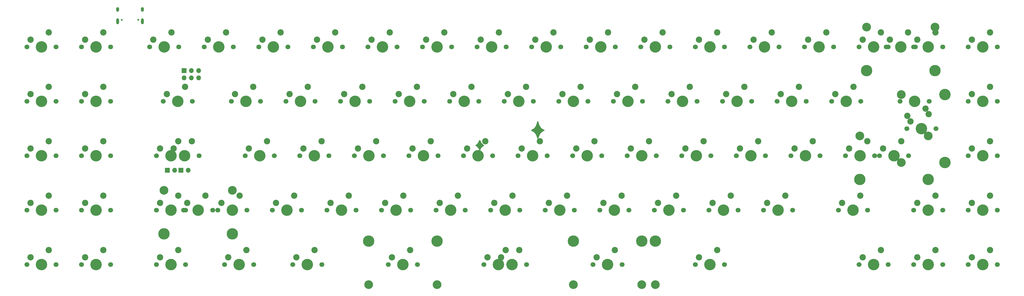
<source format=gbr>
%TF.GenerationSoftware,KiCad,Pcbnew,(5.99.0-11177-g6c67dfa032)*%
%TF.CreationDate,2021-09-17T12:13:23+03:00*%
%TF.ProjectId,SunsetterR2_Solder,53756e73-6574-4746-9572-52325f536f6c,rev?*%
%TF.SameCoordinates,Original*%
%TF.FileFunction,Soldermask,Top*%
%TF.FilePolarity,Negative*%
%FSLAX46Y46*%
G04 Gerber Fmt 4.6, Leading zero omitted, Abs format (unit mm)*
G04 Created by KiCad (PCBNEW (5.99.0-11177-g6c67dfa032)) date 2021-09-17 12:13:23*
%MOMM*%
%LPD*%
G01*
G04 APERTURE LIST*
%ADD10C,4.000000*%
%ADD11C,1.700000*%
%ADD12C,2.200000*%
%ADD13C,3.987800*%
%ADD14C,3.048000*%
%ADD15C,3.050000*%
%ADD16R,1.700000X1.700000*%
%ADD17O,1.700000X1.700000*%
%ADD18C,0.650000*%
%ADD19O,1.000000X2.100000*%
%ADD20O,1.000000X1.600000*%
G04 APERTURE END LIST*
%TO.C,G\u002A\u002A\u002A*%
G36*
X211483147Y-64028486D02*
G01*
X211581227Y-64319602D01*
X211672418Y-64641278D01*
X211935666Y-65412637D01*
X212260004Y-66026004D01*
X212659608Y-66500680D01*
X213148655Y-66855965D01*
X213386935Y-66975479D01*
X213618307Y-67100586D01*
X213757958Y-67217711D01*
X213776647Y-67259567D01*
X213700019Y-67358982D01*
X213505929Y-67485145D01*
X213386935Y-67543655D01*
X212882654Y-67830754D01*
X212469543Y-68211164D01*
X212127453Y-68710772D01*
X211836235Y-69355461D01*
X211722023Y-69682535D01*
X211609791Y-69985574D01*
X211501221Y-70210372D01*
X211421058Y-70307262D01*
X211336800Y-70243905D01*
X211230152Y-70025109D01*
X211125803Y-69717609D01*
X210934498Y-69198466D01*
X210688675Y-68710654D01*
X210419276Y-68309987D01*
X210237273Y-68114794D01*
X210067603Y-67990489D01*
X209798228Y-67818642D01*
X209522050Y-67656310D01*
X209248457Y-67489914D01*
X209051780Y-67347290D01*
X208974741Y-67259567D01*
X209047285Y-67173235D01*
X209240939Y-67047842D01*
X209423922Y-66953791D01*
X209938370Y-66651002D01*
X210354141Y-66261091D01*
X210690176Y-65758118D01*
X210965418Y-65116142D01*
X211112644Y-64641278D01*
X211233612Y-64221491D01*
X211325147Y-63979430D01*
X211403056Y-63915095D01*
X211483147Y-64028486D01*
G37*
G36*
X191234754Y-70639138D02*
G01*
X191342596Y-70844825D01*
X191466654Y-71130777D01*
X191802247Y-71730136D01*
X192288077Y-72224900D01*
X192556111Y-72413877D01*
X192663674Y-72496357D01*
X192654409Y-72576449D01*
X192516379Y-72709375D01*
X192486717Y-72734815D01*
X192237331Y-72936683D01*
X192003951Y-73110540D01*
X191837877Y-73279611D01*
X191644393Y-73552720D01*
X191491658Y-73821190D01*
X191341275Y-74097376D01*
X191213598Y-74293420D01*
X191137668Y-74366065D01*
X191059169Y-74290332D01*
X190931805Y-74092576D01*
X190795125Y-73838809D01*
X190453039Y-73318918D01*
X190073566Y-72969278D01*
X189828978Y-72777211D01*
X189652435Y-72621168D01*
X189588195Y-72544754D01*
X189644584Y-72456210D01*
X189818823Y-72318450D01*
X189969713Y-72222854D01*
X190199944Y-72065040D01*
X190386791Y-71870033D01*
X190568966Y-71589889D01*
X190737522Y-71271926D01*
X190906382Y-70952366D01*
X191050452Y-70707192D01*
X191146955Y-70574083D01*
X191167474Y-70560650D01*
X191234754Y-70639138D01*
G37*
%TD*%
D10*
%TO.C,K21*%
X109537500Y-57150000D03*
D11*
X104457500Y-57150000D03*
X114617500Y-57150000D03*
D12*
X112077500Y-52070000D03*
X105727500Y-54610000D03*
%TD*%
D11*
%TO.C,K80*%
X371792500Y-95250000D03*
X361632500Y-95250000D03*
D10*
X366712500Y-95250000D03*
D12*
X369252500Y-90170000D03*
X362902500Y-92710000D03*
%TD*%
D10*
%TO.C,K35*%
X38100000Y-76200000D03*
D11*
X43180000Y-76200000D03*
X33020000Y-76200000D03*
D12*
X40640000Y-71120000D03*
X34290000Y-73660000D03*
%TD*%
D11*
%TO.C,K30*%
X286067500Y-57150000D03*
D10*
X280987500Y-57150000D03*
D11*
X275907500Y-57150000D03*
D12*
X283527500Y-52070000D03*
X277177500Y-54610000D03*
%TD*%
D11*
%TO.C,K31*%
X305117500Y-57150000D03*
D10*
X300037500Y-57150000D03*
D11*
X294957500Y-57150000D03*
D12*
X302577500Y-52070000D03*
X296227500Y-54610000D03*
%TD*%
D11*
%TO.C,K33*%
X337820000Y-57150000D03*
D10*
X342900000Y-57150000D03*
D11*
X347980000Y-57150000D03*
D12*
X340360000Y-62230000D03*
X346710000Y-59690000D03*
%TD*%
D11*
%TO.C,K73*%
X169386250Y-114300000D03*
X159226250Y-114300000D03*
D10*
X164306250Y-114300000D03*
D12*
X166846250Y-109220000D03*
X160496250Y-111760000D03*
%TD*%
D11*
%TO.C,K51*%
X43180000Y-95250000D03*
D10*
X38100000Y-95250000D03*
D11*
X33020000Y-95250000D03*
D12*
X40640000Y-90170000D03*
X34290000Y-92710000D03*
%TD*%
D11*
%TO.C,K78*%
X352742500Y-114300000D03*
D10*
X347662500Y-114300000D03*
D11*
X342582500Y-114300000D03*
D12*
X350202500Y-109220000D03*
X343852500Y-111760000D03*
%TD*%
D10*
%TO.C,K23*%
X147637500Y-57150000D03*
D11*
X152717500Y-57150000D03*
X142557500Y-57150000D03*
D12*
X150177500Y-52070000D03*
X143827500Y-54610000D03*
%TD*%
D10*
%TO.C,K58*%
X180975000Y-95250000D03*
D11*
X186055000Y-95250000D03*
X175895000Y-95250000D03*
D12*
X183515000Y-90170000D03*
X177165000Y-92710000D03*
%TD*%
D11*
%TO.C,K56*%
X147955000Y-95250000D03*
X137795000Y-95250000D03*
D10*
X142875000Y-95250000D03*
D12*
X145415000Y-90170000D03*
X139065000Y-92710000D03*
%TD*%
D10*
%TO.C,K9*%
X195262500Y-38100000D03*
D11*
X200342500Y-38100000D03*
X190182500Y-38100000D03*
D12*
X197802500Y-33020000D03*
X191452500Y-35560000D03*
%TD*%
D10*
%TO.C,K10*%
X214312500Y-38100000D03*
D11*
X219392500Y-38100000D03*
X209232500Y-38100000D03*
D12*
X216852500Y-33020000D03*
X210502500Y-35560000D03*
%TD*%
D11*
%TO.C,K6*%
X143192500Y-38100000D03*
X133032500Y-38100000D03*
D10*
X138112500Y-38100000D03*
D12*
X140652500Y-33020000D03*
X134302500Y-35560000D03*
%TD*%
D10*
%TO.C,K25*%
X185737500Y-57150000D03*
D11*
X190817500Y-57150000D03*
X180657500Y-57150000D03*
D12*
X188277500Y-52070000D03*
X181927500Y-54610000D03*
%TD*%
D11*
%TO.C,K67*%
X352742500Y-95250000D03*
X342582500Y-95250000D03*
D10*
X347662500Y-95250000D03*
D12*
X350202500Y-90170000D03*
X343852500Y-92710000D03*
%TD*%
D11*
%TO.C,K46*%
X261620000Y-76200000D03*
X271780000Y-76200000D03*
D10*
X266700000Y-76200000D03*
D12*
X269240000Y-71120000D03*
X262890000Y-73660000D03*
%TD*%
D10*
%TO.C,K49*%
X335756250Y-76200000D03*
D11*
X340836250Y-76200000D03*
X330676250Y-76200000D03*
D12*
X338296250Y-71120000D03*
X331946250Y-73660000D03*
%TD*%
D10*
%TO.C,K11*%
X233362500Y-38100000D03*
D11*
X228282500Y-38100000D03*
X238442500Y-38100000D03*
D12*
X235902500Y-33020000D03*
X229552500Y-35560000D03*
%TD*%
D10*
%TO.C,K14*%
X290512500Y-38100000D03*
D11*
X285432500Y-38100000D03*
X295592500Y-38100000D03*
D12*
X293052500Y-33020000D03*
X286702500Y-35560000D03*
%TD*%
D10*
%TO.C,K49A1*%
X323850000Y-76200000D03*
D11*
X318770000Y-76200000D03*
X328930000Y-76200000D03*
D12*
X326390000Y-71120000D03*
X320040000Y-73660000D03*
%TD*%
D11*
%TO.C,K18*%
X33020000Y-57150000D03*
D10*
X38100000Y-57150000D03*
D11*
X43180000Y-57150000D03*
D12*
X40640000Y-52070000D03*
X34290000Y-54610000D03*
%TD*%
D10*
%TO.C,K66*%
X366712500Y-76200000D03*
D11*
X361632500Y-76200000D03*
X371792500Y-76200000D03*
D12*
X369252500Y-71120000D03*
X362902500Y-73660000D03*
%TD*%
D11*
%TO.C,K36*%
X52070000Y-76200000D03*
X62230000Y-76200000D03*
D10*
X57150000Y-76200000D03*
D12*
X59690000Y-71120000D03*
X53340000Y-73660000D03*
%TD*%
D11*
%TO.C,K32*%
X314007500Y-57150000D03*
X324167500Y-57150000D03*
D10*
X319087500Y-57150000D03*
D12*
X321627500Y-52070000D03*
X315277500Y-54610000D03*
%TD*%
D13*
%TO.C,>NAME*%
X176244250Y-106045000D03*
D14*
X152368250Y-121285000D03*
X176244250Y-121285000D03*
D13*
X152368250Y-106045000D03*
%TD*%
D11*
%TO.C,K8*%
X171132500Y-38100000D03*
D10*
X176212500Y-38100000D03*
D11*
X181292500Y-38100000D03*
D12*
X178752500Y-33020000D03*
X172402500Y-35560000D03*
%TD*%
D13*
%TO.C,>NAME*%
X252450500Y-106045000D03*
D14*
X152374500Y-121285000D03*
D13*
X152374500Y-106045000D03*
D14*
X252450500Y-121285000D03*
%TD*%
D13*
%TO.C,>NAME*%
X247681750Y-106045000D03*
D14*
X247681750Y-121285000D03*
X223805750Y-121285000D03*
D13*
X223805750Y-106045000D03*
%TD*%
D11*
%TO.C,K72*%
X125888750Y-114300000D03*
D10*
X130968750Y-114300000D03*
D11*
X136048750Y-114300000D03*
D12*
X133508750Y-109220000D03*
X127158750Y-111760000D03*
%TD*%
D10*
%TO.C,K63*%
X276225000Y-95250000D03*
D11*
X271145000Y-95250000D03*
X281305000Y-95250000D03*
D12*
X278765000Y-90170000D03*
X272415000Y-92710000D03*
%TD*%
D10*
%TO.C,K53*%
X83343750Y-95250000D03*
D11*
X88423750Y-95250000D03*
X78263750Y-95250000D03*
D12*
X85883750Y-90170000D03*
X79533750Y-92710000D03*
%TD*%
D11*
%TO.C,K22*%
X123507500Y-57150000D03*
X133667500Y-57150000D03*
D10*
X128587500Y-57150000D03*
D12*
X131127500Y-52070000D03*
X124777500Y-54610000D03*
%TD*%
D10*
%TO.C,K7*%
X157162500Y-38100000D03*
D11*
X152082500Y-38100000D03*
X162242500Y-38100000D03*
D12*
X159702500Y-33020000D03*
X153352500Y-35560000D03*
%TD*%
D11*
%TO.C,K13*%
X276542500Y-38100000D03*
X266382500Y-38100000D03*
D10*
X271462500Y-38100000D03*
D12*
X274002500Y-33020000D03*
X267652500Y-35560000D03*
%TD*%
D11*
%TO.C,K74A1*%
X197332500Y-114300000D03*
D10*
X202412500Y-114300000D03*
D11*
X207492500Y-114300000D03*
D12*
X204952500Y-109220000D03*
X198602500Y-111760000D03*
%TD*%
D10*
%TO.C,K27*%
X223837500Y-57150000D03*
D11*
X228917500Y-57150000D03*
X218757500Y-57150000D03*
D12*
X226377500Y-52070000D03*
X220027500Y-54610000D03*
%TD*%
D11*
%TO.C,K43*%
X204470000Y-76200000D03*
D10*
X209550000Y-76200000D03*
D11*
X214630000Y-76200000D03*
D12*
X212090000Y-71120000D03*
X205740000Y-73660000D03*
%TD*%
D13*
%TO.C,>NAME*%
X323818250Y-84455000D03*
D14*
X347694250Y-69215000D03*
X323818250Y-69215000D03*
D13*
X347694250Y-84455000D03*
%TD*%
D11*
%TO.C,K71*%
X112236250Y-114300000D03*
D10*
X107156250Y-114300000D03*
D11*
X102076250Y-114300000D03*
D12*
X109696250Y-109220000D03*
X103346250Y-111760000D03*
%TD*%
D10*
%TO.C,K16A1*%
X338131250Y-38100000D03*
D11*
X333051250Y-38100000D03*
X343211250Y-38100000D03*
D12*
X340671250Y-33020000D03*
X334321250Y-35560000D03*
%TD*%
D11*
%TO.C,K29*%
X256857500Y-57150000D03*
D10*
X261937500Y-57150000D03*
D11*
X267017500Y-57150000D03*
D12*
X264477500Y-52070000D03*
X258127500Y-54610000D03*
%TD*%
D10*
%TO.C,K69*%
X57150000Y-114300000D03*
D11*
X52070000Y-114300000D03*
X62230000Y-114300000D03*
D12*
X59690000Y-109220000D03*
X53340000Y-111760000D03*
%TD*%
D11*
%TO.C,K59*%
X194945000Y-95250000D03*
D10*
X200025000Y-95250000D03*
D11*
X205105000Y-95250000D03*
D12*
X202565000Y-90170000D03*
X196215000Y-92710000D03*
%TD*%
D10*
%TO.C,K1*%
X38100000Y-38100000D03*
D11*
X33020000Y-38100000D03*
X43180000Y-38100000D03*
D12*
X40640000Y-33020000D03*
X34290000Y-35560000D03*
%TD*%
D10*
%TO.C,K77*%
X328612500Y-114300000D03*
D11*
X333692500Y-114300000D03*
X323532500Y-114300000D03*
D12*
X331152500Y-109220000D03*
X324802500Y-111760000D03*
%TD*%
D11*
%TO.C,K20*%
X90805000Y-57150000D03*
X80645000Y-57150000D03*
D10*
X85725000Y-57150000D03*
D12*
X88265000Y-52070000D03*
X81915000Y-54610000D03*
%TD*%
D11*
%TO.C,K76*%
X276542500Y-114300000D03*
X266382500Y-114300000D03*
D10*
X271462500Y-114300000D03*
D12*
X274002500Y-109220000D03*
X267652500Y-111760000D03*
%TD*%
D11*
%TO.C,K45*%
X252730000Y-76200000D03*
X242570000Y-76200000D03*
D10*
X247650000Y-76200000D03*
D12*
X250190000Y-71120000D03*
X243840000Y-73660000D03*
%TD*%
D11*
%TO.C,K42*%
X185420000Y-76200000D03*
X195580000Y-76200000D03*
D10*
X190500000Y-76200000D03*
D12*
X193040000Y-71120000D03*
X186690000Y-73660000D03*
%TD*%
D11*
%TO.C,K16*%
X323532500Y-38100000D03*
D10*
X328612500Y-38100000D03*
D11*
X333692500Y-38100000D03*
D12*
X331152500Y-33020000D03*
X324802500Y-35560000D03*
%TD*%
D10*
%TO.C,K44*%
X228600000Y-76200000D03*
D11*
X223520000Y-76200000D03*
X233680000Y-76200000D03*
D12*
X231140000Y-71120000D03*
X224790000Y-73660000D03*
%TD*%
D11*
%TO.C,K3*%
X75882500Y-38100000D03*
D10*
X80962500Y-38100000D03*
D11*
X86042500Y-38100000D03*
D12*
X83502500Y-33020000D03*
X77152500Y-35560000D03*
%TD*%
D11*
%TO.C,K34*%
X361632500Y-38100000D03*
X371792500Y-38100000D03*
D10*
X366712500Y-38100000D03*
D12*
X369252500Y-33020000D03*
X362902500Y-35560000D03*
%TD*%
D10*
%TO.C,K55*%
X123825000Y-95250000D03*
D11*
X118745000Y-95250000D03*
X128905000Y-95250000D03*
D12*
X126365000Y-90170000D03*
X120015000Y-92710000D03*
%TD*%
D11*
%TO.C,K4*%
X94932500Y-38100000D03*
X105092500Y-38100000D03*
D10*
X100012500Y-38100000D03*
D12*
X102552500Y-33020000D03*
X96202500Y-35560000D03*
%TD*%
D11*
%TO.C,K70*%
X78263750Y-114300000D03*
X88423750Y-114300000D03*
D10*
X83343750Y-114300000D03*
D12*
X85883750Y-109220000D03*
X79533750Y-111760000D03*
%TD*%
D11*
%TO.C,K62*%
X252095000Y-95250000D03*
X262255000Y-95250000D03*
D10*
X257175000Y-95250000D03*
D12*
X259715000Y-90170000D03*
X253365000Y-92710000D03*
%TD*%
D10*
%TO.C,K15*%
X309562500Y-38100000D03*
D11*
X314642500Y-38100000D03*
X304482500Y-38100000D03*
D12*
X312102500Y-33020000D03*
X305752500Y-35560000D03*
%TD*%
D10*
%TO.C,K61*%
X238125000Y-95250000D03*
D11*
X243205000Y-95250000D03*
X233045000Y-95250000D03*
D12*
X240665000Y-90170000D03*
X234315000Y-92710000D03*
%TD*%
D11*
%TO.C,K53A1*%
X87788750Y-95250000D03*
X97948750Y-95250000D03*
D10*
X92868750Y-95250000D03*
D12*
X95408750Y-90170000D03*
X89058750Y-92710000D03*
%TD*%
D11*
%TO.C,K38*%
X119380000Y-76200000D03*
D10*
X114300000Y-76200000D03*
D11*
X109220000Y-76200000D03*
D12*
X116840000Y-71120000D03*
X110490000Y-73660000D03*
%TD*%
D10*
%TO.C,K17*%
X347662500Y-38100000D03*
D11*
X352742500Y-38100000D03*
X342582500Y-38100000D03*
D12*
X350202500Y-33020000D03*
X343852500Y-35560000D03*
%TD*%
D11*
%TO.C,K68*%
X33020000Y-114300000D03*
D10*
X38100000Y-114300000D03*
D11*
X43180000Y-114300000D03*
D12*
X40640000Y-109220000D03*
X34290000Y-111760000D03*
%TD*%
D11*
%TO.C,K64*%
X290195000Y-95250000D03*
X300355000Y-95250000D03*
D10*
X295275000Y-95250000D03*
D12*
X297815000Y-90170000D03*
X291465000Y-92710000D03*
%TD*%
D11*
%TO.C,K65*%
X316388750Y-95250000D03*
X326548750Y-95250000D03*
D10*
X321468750Y-95250000D03*
D12*
X324008750Y-90170000D03*
X317658750Y-92710000D03*
%TD*%
D11*
%TO.C,K37A1*%
X88423750Y-76200000D03*
X78263750Y-76200000D03*
D10*
X83343750Y-76200000D03*
D12*
X85883750Y-71120000D03*
X79533750Y-73660000D03*
%TD*%
D11*
%TO.C,K28*%
X247967500Y-57150000D03*
X237807500Y-57150000D03*
D10*
X242887500Y-57150000D03*
D12*
X245427500Y-52070000D03*
X239077500Y-54610000D03*
%TD*%
D11*
%TO.C,K2*%
X62230000Y-38100000D03*
X52070000Y-38100000D03*
D10*
X57150000Y-38100000D03*
D12*
X59690000Y-33020000D03*
X53340000Y-35560000D03*
%TD*%
D11*
%TO.C,K50*%
X361632500Y-57150000D03*
X371792500Y-57150000D03*
D10*
X366712500Y-57150000D03*
D12*
X369252500Y-52070000D03*
X362902500Y-54610000D03*
%TD*%
D11*
%TO.C,K12*%
X257492500Y-38100000D03*
X247332500Y-38100000D03*
D10*
X252412500Y-38100000D03*
D12*
X254952500Y-33020000D03*
X248602500Y-35560000D03*
%TD*%
D13*
%TO.C,>NAME*%
X104806750Y-103505000D03*
D14*
X80930750Y-88265000D03*
X104806750Y-88265000D03*
D13*
X80930750Y-103505000D03*
%TD*%
D11*
%TO.C,K41*%
X166370000Y-76200000D03*
X176530000Y-76200000D03*
D10*
X171450000Y-76200000D03*
D12*
X173990000Y-71120000D03*
X167640000Y-73660000D03*
%TD*%
D11*
%TO.C,K75*%
X240823750Y-114300000D03*
X230663750Y-114300000D03*
D10*
X235743750Y-114300000D03*
D12*
X238283750Y-109220000D03*
X231933750Y-111760000D03*
%TD*%
D10*
%TO.C,K74*%
X197643750Y-114300000D03*
D11*
X202723750Y-114300000D03*
X192563750Y-114300000D03*
D12*
X200183750Y-109220000D03*
X193833750Y-111760000D03*
%TD*%
D11*
%TO.C,K57*%
X167005000Y-95250000D03*
X156845000Y-95250000D03*
D10*
X161925000Y-95250000D03*
D12*
X164465000Y-90170000D03*
X158115000Y-92710000D03*
%TD*%
D11*
%TO.C,K24*%
X171767500Y-57150000D03*
D10*
X166687500Y-57150000D03*
D11*
X161607500Y-57150000D03*
D12*
X169227500Y-52070000D03*
X162877500Y-54610000D03*
%TD*%
D11*
%TO.C,K60*%
X213995000Y-95250000D03*
D10*
X219075000Y-95250000D03*
D11*
X224155000Y-95250000D03*
D12*
X221615000Y-90170000D03*
X215265000Y-92710000D03*
%TD*%
D11*
%TO.C,K52*%
X52070000Y-95250000D03*
X62230000Y-95250000D03*
D10*
X57150000Y-95250000D03*
D12*
X59690000Y-90170000D03*
X53340000Y-92710000D03*
%TD*%
D10*
%TO.C,K26*%
X204787500Y-57150000D03*
D11*
X209867500Y-57150000D03*
X199707500Y-57150000D03*
D12*
X207327500Y-52070000D03*
X200977500Y-54610000D03*
%TD*%
D10*
%TO.C,K39*%
X133350000Y-76200000D03*
D11*
X128270000Y-76200000D03*
X138430000Y-76200000D03*
D12*
X135890000Y-71120000D03*
X129540000Y-73660000D03*
%TD*%
D11*
%TO.C,K47*%
X280670000Y-76200000D03*
D10*
X285750000Y-76200000D03*
D11*
X290830000Y-76200000D03*
D12*
X288290000Y-71120000D03*
X281940000Y-73660000D03*
%TD*%
D11*
%TO.C,K5*%
X124142500Y-38100000D03*
D10*
X119062500Y-38100000D03*
D11*
X113982500Y-38100000D03*
D12*
X121602500Y-33020000D03*
X115252500Y-35560000D03*
%TD*%
D11*
%TO.C,K37*%
X93186250Y-76200000D03*
D10*
X88106250Y-76200000D03*
D11*
X83026250Y-76200000D03*
D12*
X90646250Y-71120000D03*
X84296250Y-73660000D03*
%TD*%
D11*
%TO.C,K19*%
X52070000Y-57150000D03*
D10*
X57150000Y-57150000D03*
D11*
X62230000Y-57150000D03*
D12*
X59690000Y-52070000D03*
X53340000Y-54610000D03*
%TD*%
D11*
%TO.C,K54*%
X99695000Y-95250000D03*
D10*
X104775000Y-95250000D03*
D11*
X109855000Y-95250000D03*
D12*
X107315000Y-90170000D03*
X100965000Y-92710000D03*
%TD*%
D10*
%TO.C,K33A1*%
X345281250Y-66675000D03*
D15*
X338281250Y-54775000D03*
D10*
X353521250Y-78575000D03*
D15*
X338281250Y-78575000D03*
D11*
X350361250Y-66675000D03*
X340201250Y-66675000D03*
D10*
X353521250Y-54775000D03*
D12*
X347821250Y-61595000D03*
X341471250Y-64135000D03*
%TD*%
D11*
%TO.C,K48*%
X309880000Y-76200000D03*
X299720000Y-76200000D03*
D10*
X304800000Y-76200000D03*
D12*
X307340000Y-71120000D03*
X300990000Y-73660000D03*
%TD*%
D10*
%TO.C,K79*%
X366712500Y-114300000D03*
D11*
X361632500Y-114300000D03*
X371792500Y-114300000D03*
D12*
X369252500Y-109220000D03*
X362902500Y-111760000D03*
%TD*%
D13*
%TO.C,ST72*%
X350075500Y-46355000D03*
X326199500Y-46355000D03*
D14*
X326199500Y-31115000D03*
X350075500Y-31115000D03*
%TD*%
D10*
%TO.C,K40*%
X152400000Y-76200000D03*
D11*
X147320000Y-76200000D03*
X157480000Y-76200000D03*
D12*
X154940000Y-71120000D03*
X148590000Y-73660000D03*
%TD*%
D16*
%TO.C,LED1*%
X82053750Y-81280000D03*
D17*
X84593750Y-81280000D03*
%TD*%
D18*
%TO.C,J1*%
X71946250Y-28577600D03*
X66166250Y-28577600D03*
D19*
X73376250Y-29107600D03*
D20*
X64736250Y-24927600D03*
X73376250Y-24927600D03*
D19*
X64736250Y-29107600D03*
%TD*%
D16*
%TO.C,LED1a1*%
X86816250Y-81280000D03*
D17*
X89356250Y-81280000D03*
%TD*%
D16*
%TO.C,ISP1*%
X87949800Y-46350000D03*
D17*
X87949800Y-48890000D03*
X90489800Y-46350000D03*
X90489800Y-48890000D03*
X93029800Y-46350000D03*
X93029800Y-48890000D03*
%TD*%
M02*

</source>
